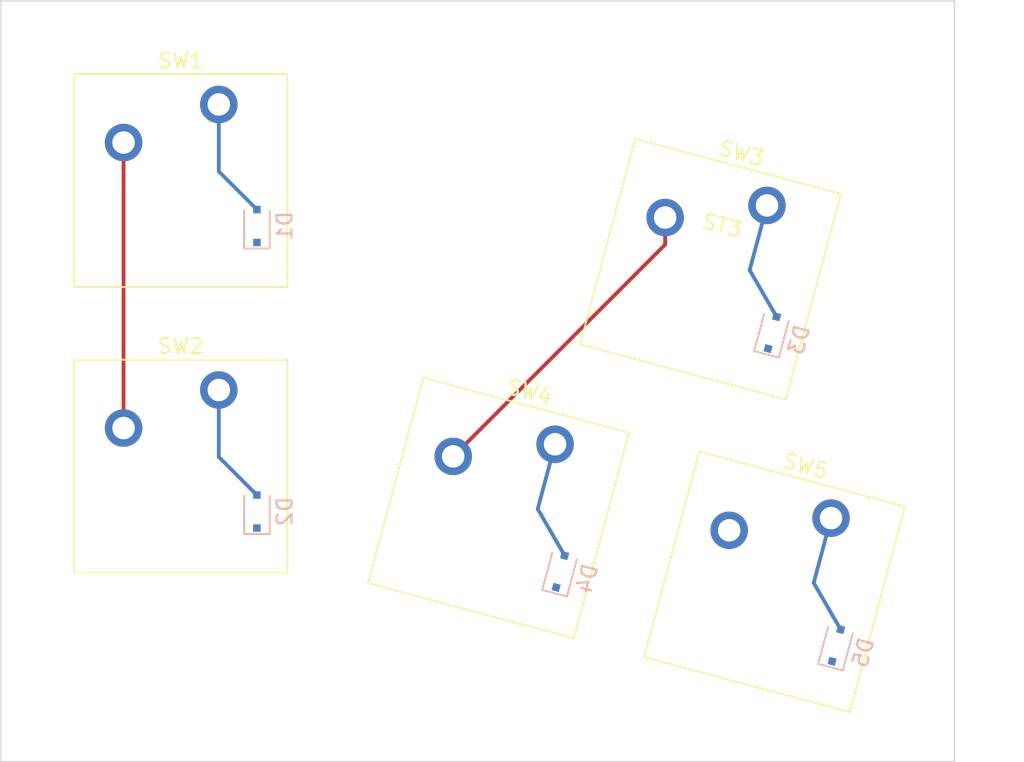
<source format=kicad_pcb>
(kicad_pcb (version 20171130) (host pcbnew 5.1.9)

  (general
    (thickness 1.6)
    (drawings 4)
    (tracks 13)
    (zones 0)
    (modules 11)
    (nets 11)
  )

  (page A4)
  (layers
    (0 F.Cu signal)
    (31 B.Cu signal)
    (32 B.Adhes user)
    (33 F.Adhes user)
    (34 B.Paste user)
    (35 F.Paste user)
    (36 B.SilkS user)
    (37 F.SilkS user)
    (38 B.Mask user)
    (39 F.Mask user)
    (40 Dwgs.User user)
    (41 Cmts.User user)
    (42 Eco1.User user)
    (43 Eco2.User user)
    (44 Edge.Cuts user)
    (45 Margin user)
    (46 B.CrtYd user)
    (47 F.CrtYd user)
    (48 B.Fab user)
    (49 F.Fab user)
  )

  (setup
    (last_trace_width 0.25)
    (trace_clearance 0.2)
    (zone_clearance 0.508)
    (zone_45_only no)
    (trace_min 0.2)
    (via_size 0.8)
    (via_drill 0.4)
    (via_min_size 0.4)
    (via_min_drill 0.3)
    (uvia_size 0.3)
    (uvia_drill 0.1)
    (uvias_allowed no)
    (uvia_min_size 0.2)
    (uvia_min_drill 0.1)
    (edge_width 0.05)
    (segment_width 0.2)
    (pcb_text_width 0.3)
    (pcb_text_size 1.5 1.5)
    (mod_edge_width 0.12)
    (mod_text_size 1 1)
    (mod_text_width 0.15)
    (pad_size 1.524 1.524)
    (pad_drill 0.762)
    (pad_to_mask_clearance 0)
    (aux_axis_origin 0 0)
    (visible_elements FFFFFF7F)
    (pcbplotparams
      (layerselection 0x010fc_ffffffff)
      (usegerberextensions false)
      (usegerberattributes true)
      (usegerberadvancedattributes true)
      (creategerberjobfile true)
      (excludeedgelayer true)
      (linewidth 0.150000)
      (plotframeref false)
      (viasonmask false)
      (mode 1)
      (useauxorigin false)
      (hpglpennumber 1)
      (hpglpenspeed 20)
      (hpglpendiameter 15.000000)
      (psnegative false)
      (psa4output false)
      (plotreference true)
      (plotvalue true)
      (plotinvisibletext false)
      (padsonsilk false)
      (subtractmaskfromsilk false)
      (outputformat 1)
      (mirror false)
      (drillshape 1)
      (scaleselection 1)
      (outputdirectory ""))
  )

  (net 0 "")
  (net 1 COL0)
  (net 2 COL1)
  (net 3 COL2)
  (net 4 N$1)
  (net 5 N$2)
  (net 6 N$3)
  (net 7 N$4)
  (net 8 N$5)
  (net 9 ROW0)
  (net 10 ROW1)

  (net_class Default "This is the default net class."
    (clearance 0.2)
    (trace_width 0.25)
    (via_dia 0.8)
    (via_drill 0.4)
    (uvia_dia 0.3)
    (uvia_drill 0.1)
    (add_net COL0)
    (add_net COL1)
    (add_net COL2)
    (add_net N$1)
    (add_net N$2)
    (add_net N$3)
    (add_net N$4)
    (add_net N$5)
    (add_net ROW0)
    (add_net ROW1)
  )

  (module Diode_SMD:D_SOD-323F (layer B.Cu) (tedit 590A48EB) (tstamp 60528CA3)
    (at 39.605 37.555 90)
    (descr "SOD-323F http://www.nxp.com/documents/outline_drawing/SOD323F.pdf")
    (tags SOD-323F)
    (path /top/5159102469079444128)
    (attr smd)
    (fp_text reference D1 (at 0 1.85 90) (layer B.SilkS)
      (effects (font (size 1 1) (thickness 0.15)) (justify mirror))
    )
    (fp_text value D (at 0.1 -1.9 90) (layer B.Fab)
      (effects (font (size 1 1) (thickness 0.15)) (justify mirror))
    )
    (fp_line (start -1.5 0.85) (end 1.05 0.85) (layer B.SilkS) (width 0.12))
    (fp_line (start -1.5 -0.85) (end 1.05 -0.85) (layer B.SilkS) (width 0.12))
    (fp_line (start -1.6 0.95) (end -1.6 -0.95) (layer B.CrtYd) (width 0.05))
    (fp_line (start -1.6 -0.95) (end 1.6 -0.95) (layer B.CrtYd) (width 0.05))
    (fp_line (start 1.6 0.95) (end 1.6 -0.95) (layer B.CrtYd) (width 0.05))
    (fp_line (start -1.6 0.95) (end 1.6 0.95) (layer B.CrtYd) (width 0.05))
    (fp_line (start -0.9 0.7) (end 0.9 0.7) (layer B.Fab) (width 0.1))
    (fp_line (start 0.9 0.7) (end 0.9 -0.7) (layer B.Fab) (width 0.1))
    (fp_line (start 0.9 -0.7) (end -0.9 -0.7) (layer B.Fab) (width 0.1))
    (fp_line (start -0.9 -0.7) (end -0.9 0.7) (layer B.Fab) (width 0.1))
    (fp_line (start -0.3 0.35) (end -0.3 -0.35) (layer B.Fab) (width 0.1))
    (fp_line (start -0.3 0) (end -0.5 0) (layer B.Fab) (width 0.1))
    (fp_line (start -0.3 0) (end 0.2 0.35) (layer B.Fab) (width 0.1))
    (fp_line (start 0.2 0.35) (end 0.2 -0.35) (layer B.Fab) (width 0.1))
    (fp_line (start 0.2 -0.35) (end -0.3 0) (layer B.Fab) (width 0.1))
    (fp_line (start 0.2 0) (end 0.45 0) (layer B.Fab) (width 0.1))
    (fp_line (start -1.5 0.85) (end -1.5 -0.85) (layer B.SilkS) (width 0.12))
    (fp_text user %R (at 0 1.85 90) (layer B.Fab)
      (effects (font (size 1 1) (thickness 0.15)) (justify mirror))
    )
    (pad 1 smd rect (at -1.1 0 90) (size 0.5 0.5) (layers B.Cu B.Paste B.Mask)
      (net 9 ROW0))
    (pad 2 smd rect (at 1.1 0 90) (size 0.5 0.5) (layers B.Cu B.Paste B.Mask)
      (net 4 N$1))
    (model ${KISYS3DMOD}/Diode_SMD.3dshapes/D_SOD-323F.wrl
      (at (xyz 0 0 0))
      (scale (xyz 1 1 1))
      (rotate (xyz 0 0 0))
    )
  )

  (module Diode_SMD:D_SOD-323F (layer B.Cu) (tedit 590A48EB) (tstamp 60528CBB)
    (at 39.605 56.605 90)
    (descr "SOD-323F http://www.nxp.com/documents/outline_drawing/SOD323F.pdf")
    (tags SOD-323F)
    (path /top/14576898432555476806)
    (attr smd)
    (fp_text reference D2 (at 0 1.85 90) (layer B.SilkS)
      (effects (font (size 1 1) (thickness 0.15)) (justify mirror))
    )
    (fp_text value D (at 0.1 -1.9 90) (layer B.Fab)
      (effects (font (size 1 1) (thickness 0.15)) (justify mirror))
    )
    (fp_text user %R (at 0 1.85 90) (layer B.Fab)
      (effects (font (size 1 1) (thickness 0.15)) (justify mirror))
    )
    (fp_line (start -1.5 0.85) (end -1.5 -0.85) (layer B.SilkS) (width 0.12))
    (fp_line (start 0.2 0) (end 0.45 0) (layer B.Fab) (width 0.1))
    (fp_line (start 0.2 -0.35) (end -0.3 0) (layer B.Fab) (width 0.1))
    (fp_line (start 0.2 0.35) (end 0.2 -0.35) (layer B.Fab) (width 0.1))
    (fp_line (start -0.3 0) (end 0.2 0.35) (layer B.Fab) (width 0.1))
    (fp_line (start -0.3 0) (end -0.5 0) (layer B.Fab) (width 0.1))
    (fp_line (start -0.3 0.35) (end -0.3 -0.35) (layer B.Fab) (width 0.1))
    (fp_line (start -0.9 -0.7) (end -0.9 0.7) (layer B.Fab) (width 0.1))
    (fp_line (start 0.9 -0.7) (end -0.9 -0.7) (layer B.Fab) (width 0.1))
    (fp_line (start 0.9 0.7) (end 0.9 -0.7) (layer B.Fab) (width 0.1))
    (fp_line (start -0.9 0.7) (end 0.9 0.7) (layer B.Fab) (width 0.1))
    (fp_line (start -1.6 0.95) (end 1.6 0.95) (layer B.CrtYd) (width 0.05))
    (fp_line (start 1.6 0.95) (end 1.6 -0.95) (layer B.CrtYd) (width 0.05))
    (fp_line (start -1.6 -0.95) (end 1.6 -0.95) (layer B.CrtYd) (width 0.05))
    (fp_line (start -1.6 0.95) (end -1.6 -0.95) (layer B.CrtYd) (width 0.05))
    (fp_line (start -1.5 -0.85) (end 1.05 -0.85) (layer B.SilkS) (width 0.12))
    (fp_line (start -1.5 0.85) (end 1.05 0.85) (layer B.SilkS) (width 0.12))
    (pad 2 smd rect (at 1.1 0 90) (size 0.5 0.5) (layers B.Cu B.Paste B.Mask)
      (net 5 N$2))
    (pad 1 smd rect (at -1.1 0 90) (size 0.5 0.5) (layers B.Cu B.Paste B.Mask)
      (net 10 ROW1))
    (model ${KISYS3DMOD}/Diode_SMD.3dshapes/D_SOD-323F.wrl
      (at (xyz 0 0 0))
      (scale (xyz 1 1 1))
      (rotate (xyz 0 0 0))
    )
  )

  (module Diode_SMD:D_SOD-323F (layer B.Cu) (tedit 590A48EB) (tstamp 60528CD3)
    (at 73.969323 44.670728 75)
    (descr "SOD-323F http://www.nxp.com/documents/outline_drawing/SOD323F.pdf")
    (tags SOD-323F)
    (path /top/1115287011560731447)
    (attr smd)
    (fp_text reference D3 (at 0 1.85 -105) (layer B.SilkS)
      (effects (font (size 1 1) (thickness 0.15)) (justify mirror))
    )
    (fp_text value D (at 0.1 -1.9 -105) (layer B.Fab)
      (effects (font (size 1 1) (thickness 0.15)) (justify mirror))
    )
    (fp_line (start -1.5 0.85) (end 1.05 0.85) (layer B.SilkS) (width 0.12))
    (fp_line (start -1.5 -0.85) (end 1.05 -0.85) (layer B.SilkS) (width 0.12))
    (fp_line (start -1.6 0.95) (end -1.6 -0.95) (layer B.CrtYd) (width 0.05))
    (fp_line (start -1.6 -0.95) (end 1.6 -0.95) (layer B.CrtYd) (width 0.05))
    (fp_line (start 1.6 0.95) (end 1.6 -0.95) (layer B.CrtYd) (width 0.05))
    (fp_line (start -1.6 0.95) (end 1.6 0.95) (layer B.CrtYd) (width 0.05))
    (fp_line (start -0.9 0.7) (end 0.9 0.7) (layer B.Fab) (width 0.1))
    (fp_line (start 0.9 0.7) (end 0.9 -0.7) (layer B.Fab) (width 0.1))
    (fp_line (start 0.9 -0.7) (end -0.9 -0.7) (layer B.Fab) (width 0.1))
    (fp_line (start -0.9 -0.7) (end -0.9 0.7) (layer B.Fab) (width 0.1))
    (fp_line (start -0.3 0.35) (end -0.3 -0.35) (layer B.Fab) (width 0.1))
    (fp_line (start -0.3 0) (end -0.5 0) (layer B.Fab) (width 0.1))
    (fp_line (start -0.3 0) (end 0.2 0.35) (layer B.Fab) (width 0.1))
    (fp_line (start 0.2 0.35) (end 0.2 -0.35) (layer B.Fab) (width 0.1))
    (fp_line (start 0.2 -0.35) (end -0.3 0) (layer B.Fab) (width 0.1))
    (fp_line (start 0.2 0) (end 0.45 0) (layer B.Fab) (width 0.1))
    (fp_line (start -1.5 0.85) (end -1.5 -0.85) (layer B.SilkS) (width 0.12))
    (fp_text user %R (at 0 1.85 -105) (layer B.Fab)
      (effects (font (size 1 1) (thickness 0.15)) (justify mirror))
    )
    (pad 1 smd rect (at -1.1 0 75) (size 0.5 0.5) (layers B.Cu B.Paste B.Mask)
      (net 9 ROW0))
    (pad 2 smd rect (at 1.1 0 75) (size 0.5 0.5) (layers B.Cu B.Paste B.Mask)
      (net 6 N$3))
    (model ${KISYS3DMOD}/Diode_SMD.3dshapes/D_SOD-323F.wrl
      (at (xyz 0 0 0))
      (scale (xyz 1 1 1))
      (rotate (xyz 0 0 0))
    )
  )

  (module Diode_SMD:D_SOD-323F (layer B.Cu) (tedit 590A48EB) (tstamp 60528CEB)
    (at 59.838376 60.606364 75)
    (descr "SOD-323F http://www.nxp.com/documents/outline_drawing/SOD323F.pdf")
    (tags SOD-323F)
    (path /top/13364464719034956879)
    (attr smd)
    (fp_text reference D4 (at 0 1.85 -105) (layer B.SilkS)
      (effects (font (size 1 1) (thickness 0.15)) (justify mirror))
    )
    (fp_text value D (at 0.1 -1.9 -105) (layer B.Fab)
      (effects (font (size 1 1) (thickness 0.15)) (justify mirror))
    )
    (fp_text user %R (at 0 1.85 -105) (layer B.Fab)
      (effects (font (size 1 1) (thickness 0.15)) (justify mirror))
    )
    (fp_line (start -1.5 0.85) (end -1.5 -0.85) (layer B.SilkS) (width 0.12))
    (fp_line (start 0.2 0) (end 0.45 0) (layer B.Fab) (width 0.1))
    (fp_line (start 0.2 -0.35) (end -0.3 0) (layer B.Fab) (width 0.1))
    (fp_line (start 0.2 0.35) (end 0.2 -0.35) (layer B.Fab) (width 0.1))
    (fp_line (start -0.3 0) (end 0.2 0.35) (layer B.Fab) (width 0.1))
    (fp_line (start -0.3 0) (end -0.5 0) (layer B.Fab) (width 0.1))
    (fp_line (start -0.3 0.35) (end -0.3 -0.35) (layer B.Fab) (width 0.1))
    (fp_line (start -0.9 -0.7) (end -0.9 0.7) (layer B.Fab) (width 0.1))
    (fp_line (start 0.9 -0.7) (end -0.9 -0.7) (layer B.Fab) (width 0.1))
    (fp_line (start 0.9 0.7) (end 0.9 -0.7) (layer B.Fab) (width 0.1))
    (fp_line (start -0.9 0.7) (end 0.9 0.7) (layer B.Fab) (width 0.1))
    (fp_line (start -1.6 0.95) (end 1.6 0.95) (layer B.CrtYd) (width 0.05))
    (fp_line (start 1.6 0.95) (end 1.6 -0.95) (layer B.CrtYd) (width 0.05))
    (fp_line (start -1.6 -0.95) (end 1.6 -0.95) (layer B.CrtYd) (width 0.05))
    (fp_line (start -1.6 0.95) (end -1.6 -0.95) (layer B.CrtYd) (width 0.05))
    (fp_line (start -1.5 -0.85) (end 1.05 -0.85) (layer B.SilkS) (width 0.12))
    (fp_line (start -1.5 0.85) (end 1.05 0.85) (layer B.SilkS) (width 0.12))
    (pad 2 smd rect (at 1.1 0 75) (size 0.5 0.5) (layers B.Cu B.Paste B.Mask)
      (net 7 N$4))
    (pad 1 smd rect (at -1.1 0 75) (size 0.5 0.5) (layers B.Cu B.Paste B.Mask)
      (net 10 ROW1))
    (model ${KISYS3DMOD}/Diode_SMD.3dshapes/D_SOD-323F.wrl
      (at (xyz 0 0 0))
      (scale (xyz 1 1 1))
      (rotate (xyz 0 0 0))
    )
  )

  (module Diode_SMD:D_SOD-323F (layer B.Cu) (tedit 590A48EB) (tstamp 60528D03)
    (at 78.239263 65.536867 75)
    (descr "SOD-323F http://www.nxp.com/documents/outline_drawing/SOD323F.pdf")
    (tags SOD-323F)
    (path /top/13578724574116548701)
    (attr smd)
    (fp_text reference D5 (at 0 1.85 -105) (layer B.SilkS)
      (effects (font (size 1 1) (thickness 0.15)) (justify mirror))
    )
    (fp_text value D (at 0.1 -1.9 -105) (layer B.Fab)
      (effects (font (size 1 1) (thickness 0.15)) (justify mirror))
    )
    (fp_line (start -1.5 0.85) (end 1.05 0.85) (layer B.SilkS) (width 0.12))
    (fp_line (start -1.5 -0.85) (end 1.05 -0.85) (layer B.SilkS) (width 0.12))
    (fp_line (start -1.6 0.95) (end -1.6 -0.95) (layer B.CrtYd) (width 0.05))
    (fp_line (start -1.6 -0.95) (end 1.6 -0.95) (layer B.CrtYd) (width 0.05))
    (fp_line (start 1.6 0.95) (end 1.6 -0.95) (layer B.CrtYd) (width 0.05))
    (fp_line (start -1.6 0.95) (end 1.6 0.95) (layer B.CrtYd) (width 0.05))
    (fp_line (start -0.9 0.7) (end 0.9 0.7) (layer B.Fab) (width 0.1))
    (fp_line (start 0.9 0.7) (end 0.9 -0.7) (layer B.Fab) (width 0.1))
    (fp_line (start 0.9 -0.7) (end -0.9 -0.7) (layer B.Fab) (width 0.1))
    (fp_line (start -0.9 -0.7) (end -0.9 0.7) (layer B.Fab) (width 0.1))
    (fp_line (start -0.3 0.35) (end -0.3 -0.35) (layer B.Fab) (width 0.1))
    (fp_line (start -0.3 0) (end -0.5 0) (layer B.Fab) (width 0.1))
    (fp_line (start -0.3 0) (end 0.2 0.35) (layer B.Fab) (width 0.1))
    (fp_line (start 0.2 0.35) (end 0.2 -0.35) (layer B.Fab) (width 0.1))
    (fp_line (start 0.2 -0.35) (end -0.3 0) (layer B.Fab) (width 0.1))
    (fp_line (start 0.2 0) (end 0.45 0) (layer B.Fab) (width 0.1))
    (fp_line (start -1.5 0.85) (end -1.5 -0.85) (layer B.SilkS) (width 0.12))
    (fp_text user %R (at 0 1.85 -105) (layer B.Fab)
      (effects (font (size 1 1) (thickness 0.15)) (justify mirror))
    )
    (pad 1 smd rect (at -1.1 0 75) (size 0.5 0.5) (layers B.Cu B.Paste B.Mask)
      (net 10 ROW1))
    (pad 2 smd rect (at 1.1 0 75) (size 0.5 0.5) (layers B.Cu B.Paste B.Mask)
      (net 8 N$5))
    (model ${KISYS3DMOD}/Diode_SMD.3dshapes/D_SOD-323F.wrl
      (at (xyz 0 0 0))
      (scale (xyz 1 1 1))
      (rotate (xyz 0 0 0))
    )
  )

  (module Mounting_Keyboard_Stabilizer:Stabilizer_Cherry_MX_2u (layer F.Cu) (tedit 5F7380F8) (tstamp 60528D0E)
    (at 69.846641 40.429172 345)
    (descr "Cherry MX key stabilizer 2u 2.25u 2.5u 2.75u")
    (tags "Cherry MX key stabilizer 2u 2.25u 2.5u 2.75u")
    (path /top/13201029682808282368)
    (attr virtual)
    (fp_text reference ST3 (at 0 -3 165) (layer F.SilkS)
      (effects (font (size 1 1) (thickness 0.15)))
    )
    (fp_text value MountingHole (at 0 3.2 165) (layer F.Fab)
      (effects (font (size 1 1) (thickness 0.15)))
    )
    (fp_line (start 0 2) (end 0 -2) (layer Dwgs.User) (width 0.1))
    (fp_line (start -2 0) (end 2 0) (layer Dwgs.User) (width 0.1))
    (fp_text user REF** (at 0 0 165) (layer F.Fab)
      (effects (font (size 1 1) (thickness 0.15)))
    )
    (pad ~ np_thru_hole circle (at -11.938 8.255 345) (size 3.9878 3.9878) (drill 3.9878) (layers *.Cu *.Mask))
    (pad ~ np_thru_hole circle (at 11.938 8.255 345) (size 3.9878 3.9878) (drill 3.9878) (layers *.Cu *.Mask))
    (pad ~ np_thru_hole circle (at -11.938 -6.985 345) (size 3.048 3.048) (drill 3.048) (layers *.Cu *.Mask))
    (pad ~ np_thru_hole circle (at 11.938 -6.985 345) (size 3.048 3.048) (drill 3.048) (layers *.Cu *.Mask))
    (model ${KIPRJMOD}/Switch_Keyboard/packages3d/Mounting_Keyboard_Stabilizer.3dshapes/Stabilizer_Cherry_MX_2u.wrl
      (at (xyz 0 0 0))
      (scale (xyz 1 1 1))
      (rotate (xyz 0 0 0))
    )
  )

  (module Switch_Keyboard_Cherry_MX:SW_Cherry_MX_PCB_1.00u (layer F.Cu) (tedit 602D5B6F) (tstamp 60528D28)
    (at 34.525 34.525)
    (descr "Cherry MX keyswitch, https://www.cherrymx.de/en/dev.html")
    (tags "Cherry MX Keyboard Keyswitch Switch PCB 1.00u")
    (path /top/17685216577000977769)
    (fp_text reference SW1 (at 0 -8) (layer F.SilkS)
      (effects (font (size 1 1) (thickness 0.15)))
    )
    (fp_text value SW_Push (at 0 8) (layer F.Fab)
      (effects (font (size 1 1) (thickness 0.15)))
    )
    (fp_line (start 9.525 -9.525) (end -9.525 -9.525) (layer Dwgs.User) (width 0.1))
    (fp_line (start 9.525 9.525) (end 9.525 -9.525) (layer Dwgs.User) (width 0.1))
    (fp_line (start -9.525 9.525) (end 9.525 9.525) (layer Dwgs.User) (width 0.1))
    (fp_line (start -9.525 -9.525) (end -9.525 9.525) (layer Dwgs.User) (width 0.1))
    (fp_line (start 7.25 -7.25) (end -7.25 -7.25) (layer F.CrtYd) (width 0.05))
    (fp_line (start 7.25 7.25) (end 7.25 -7.25) (layer F.CrtYd) (width 0.05))
    (fp_line (start -7.25 7.25) (end 7.25 7.25) (layer F.CrtYd) (width 0.05))
    (fp_line (start -7.25 -7.25) (end -7.25 7.25) (layer F.CrtYd) (width 0.05))
    (fp_line (start 7.1 -7.1) (end -7.1 -7.1) (layer F.SilkS) (width 0.12))
    (fp_line (start 7.1 7.1) (end 7.1 -7.1) (layer F.SilkS) (width 0.12))
    (fp_line (start -7.1 7.1) (end 7.1 7.1) (layer F.SilkS) (width 0.12))
    (fp_line (start -7.1 -7.1) (end -7.1 7.1) (layer F.SilkS) (width 0.12))
    (fp_line (start 7 -7) (end -7 -7) (layer F.Fab) (width 0.1))
    (fp_line (start 7 7) (end 7 -7) (layer F.Fab) (width 0.1))
    (fp_line (start -7 7) (end 7 7) (layer F.Fab) (width 0.1))
    (fp_line (start -7 -7) (end -7 7) (layer F.Fab) (width 0.1))
    (fp_text user %R (at 0 0) (layer F.Fab)
      (effects (font (size 1 1) (thickness 0.15)))
    )
    (pad 1 thru_hole circle (at -3.81 -2.54) (size 2.5 2.5) (drill 1.5) (layers *.Cu B.Mask)
      (net 1 COL0))
    (pad 2 thru_hole circle (at 2.54 -5.08) (size 2.5 2.5) (drill 1.5) (layers *.Cu B.Mask)
      (net 4 N$1))
    (pad "" np_thru_hole circle (at 0 0) (size 4 4) (drill 4) (layers *.Cu *.Mask))
    (pad "" np_thru_hole circle (at -5.08 0) (size 1.75 1.75) (drill 1.75) (layers *.Cu *.Mask))
    (pad "" np_thru_hole circle (at 5.08 0) (size 1.75 1.75) (drill 1.75) (layers *.Cu *.Mask))
    (model ${KEYSWITCH_LIB_3D}/Switch_Keyboard_Cherry_MX.3dshapes/SW_Cherry_MX_PCB.wrl
      (at (xyz 0 0 0))
      (scale (xyz 1 1 1))
      (rotate (xyz 0 0 0))
    )
  )

  (module Switch_Keyboard_Cherry_MX:SW_Cherry_MX_PCB_1.00u (layer F.Cu) (tedit 602D5B6F) (tstamp 60528D42)
    (at 34.525 53.575)
    (descr "Cherry MX keyswitch, https://www.cherrymx.de/en/dev.html")
    (tags "Cherry MX Keyboard Keyswitch Switch PCB 1.00u")
    (path /top/13506773303223750309)
    (fp_text reference SW2 (at 0 -8) (layer F.SilkS)
      (effects (font (size 1 1) (thickness 0.15)))
    )
    (fp_text value SW_Push (at 0 8) (layer F.Fab)
      (effects (font (size 1 1) (thickness 0.15)))
    )
    (fp_text user %R (at 0 0) (layer F.Fab)
      (effects (font (size 1 1) (thickness 0.15)))
    )
    (fp_line (start -7 -7) (end -7 7) (layer F.Fab) (width 0.1))
    (fp_line (start -7 7) (end 7 7) (layer F.Fab) (width 0.1))
    (fp_line (start 7 7) (end 7 -7) (layer F.Fab) (width 0.1))
    (fp_line (start 7 -7) (end -7 -7) (layer F.Fab) (width 0.1))
    (fp_line (start -7.1 -7.1) (end -7.1 7.1) (layer F.SilkS) (width 0.12))
    (fp_line (start -7.1 7.1) (end 7.1 7.1) (layer F.SilkS) (width 0.12))
    (fp_line (start 7.1 7.1) (end 7.1 -7.1) (layer F.SilkS) (width 0.12))
    (fp_line (start 7.1 -7.1) (end -7.1 -7.1) (layer F.SilkS) (width 0.12))
    (fp_line (start -7.25 -7.25) (end -7.25 7.25) (layer F.CrtYd) (width 0.05))
    (fp_line (start -7.25 7.25) (end 7.25 7.25) (layer F.CrtYd) (width 0.05))
    (fp_line (start 7.25 7.25) (end 7.25 -7.25) (layer F.CrtYd) (width 0.05))
    (fp_line (start 7.25 -7.25) (end -7.25 -7.25) (layer F.CrtYd) (width 0.05))
    (fp_line (start -9.525 -9.525) (end -9.525 9.525) (layer Dwgs.User) (width 0.1))
    (fp_line (start -9.525 9.525) (end 9.525 9.525) (layer Dwgs.User) (width 0.1))
    (fp_line (start 9.525 9.525) (end 9.525 -9.525) (layer Dwgs.User) (width 0.1))
    (fp_line (start 9.525 -9.525) (end -9.525 -9.525) (layer Dwgs.User) (width 0.1))
    (pad "" np_thru_hole circle (at 5.08 0) (size 1.75 1.75) (drill 1.75) (layers *.Cu *.Mask))
    (pad "" np_thru_hole circle (at -5.08 0) (size 1.75 1.75) (drill 1.75) (layers *.Cu *.Mask))
    (pad "" np_thru_hole circle (at 0 0) (size 4 4) (drill 4) (layers *.Cu *.Mask))
    (pad 2 thru_hole circle (at 2.54 -5.08) (size 2.5 2.5) (drill 1.5) (layers *.Cu B.Mask)
      (net 5 N$2))
    (pad 1 thru_hole circle (at -3.81 -2.54) (size 2.5 2.5) (drill 1.5) (layers *.Cu B.Mask)
      (net 1 COL0))
    (model ${KEYSWITCH_LIB_3D}/Switch_Keyboard_Cherry_MX.3dshapes/SW_Cherry_MX_PCB.wrl
      (at (xyz 0 0 0))
      (scale (xyz 1 1 1))
      (rotate (xyz 0 0 0))
    )
  )

  (module Switch_Keyboard_Cherry_MX:SW_Cherry_MX_PCB_2.00u (layer F.Cu) (tedit 602D5B6F) (tstamp 60528D5C)
    (at 69.846641 40.429172 345)
    (descr "Cherry MX keyswitch, https://www.cherrymx.de/en/dev.html")
    (tags "Cherry MX Keyboard Keyswitch Switch PCB 2.00u")
    (path /top/14018595604671432814)
    (fp_text reference SW3 (at 0 -8 165) (layer F.SilkS)
      (effects (font (size 1 1) (thickness 0.15)))
    )
    (fp_text value SW_Push (at 0 8 165) (layer F.Fab)
      (effects (font (size 1 1) (thickness 0.15)))
    )
    (fp_line (start 19.05 -9.525) (end -19.05 -9.525) (layer Dwgs.User) (width 0.1))
    (fp_line (start 19.05 9.525) (end 19.05 -9.525) (layer Dwgs.User) (width 0.1))
    (fp_line (start -19.05 9.525) (end 19.05 9.525) (layer Dwgs.User) (width 0.1))
    (fp_line (start -19.05 -9.525) (end -19.05 9.525) (layer Dwgs.User) (width 0.1))
    (fp_line (start 7.25 -7.25) (end -7.25 -7.25) (layer F.CrtYd) (width 0.05))
    (fp_line (start 7.25 7.25) (end 7.25 -7.25) (layer F.CrtYd) (width 0.05))
    (fp_line (start -7.25 7.25) (end 7.25 7.25) (layer F.CrtYd) (width 0.05))
    (fp_line (start -7.25 -7.25) (end -7.25 7.25) (layer F.CrtYd) (width 0.05))
    (fp_line (start 7.1 -7.1) (end -7.1 -7.1) (layer F.SilkS) (width 0.12))
    (fp_line (start 7.1 7.1) (end 7.1 -7.1) (layer F.SilkS) (width 0.12))
    (fp_line (start -7.1 7.1) (end 7.1 7.1) (layer F.SilkS) (width 0.12))
    (fp_line (start -7.1 -7.1) (end -7.1 7.1) (layer F.SilkS) (width 0.12))
    (fp_line (start 7 -7) (end -7 -7) (layer F.Fab) (width 0.1))
    (fp_line (start 7 7) (end 7 -7) (layer F.Fab) (width 0.1))
    (fp_line (start -7 7) (end 7 7) (layer F.Fab) (width 0.1))
    (fp_line (start -7 -7) (end -7 7) (layer F.Fab) (width 0.1))
    (fp_text user %R (at 0 0 165) (layer F.Fab)
      (effects (font (size 1 1) (thickness 0.15)))
    )
    (pad 1 thru_hole circle (at -3.81 -2.54 345) (size 2.5 2.5) (drill 1.5) (layers *.Cu B.Mask)
      (net 2 COL1))
    (pad 2 thru_hole circle (at 2.54 -5.08 345) (size 2.5 2.5) (drill 1.5) (layers *.Cu B.Mask)
      (net 6 N$3))
    (pad "" np_thru_hole circle (at 0 0 345) (size 4 4) (drill 4) (layers *.Cu *.Mask))
    (pad "" np_thru_hole circle (at -5.08 0 345) (size 1.75 1.75) (drill 1.75) (layers *.Cu *.Mask))
    (pad "" np_thru_hole circle (at 5.08 0 345) (size 1.75 1.75) (drill 1.75) (layers *.Cu *.Mask))
    (model ${KEYSWITCH_LIB_3D}/Switch_Keyboard_Cherry_MX.3dshapes/SW_Cherry_MX_PCB.wrl
      (at (xyz 0 0 0))
      (scale (xyz 1 1 1))
      (rotate (xyz 0 0 0))
    )
  )

  (module Switch_Keyboard_Cherry_MX:SW_Cherry_MX_PCB_1.00u (layer F.Cu) (tedit 602D5B6F) (tstamp 60528D76)
    (at 55.715695 56.364808 345)
    (descr "Cherry MX keyswitch, https://www.cherrymx.de/en/dev.html")
    (tags "Cherry MX Keyboard Keyswitch Switch PCB 1.00u")
    (path /top/446796036265893256)
    (fp_text reference SW4 (at 0 -8 165) (layer F.SilkS)
      (effects (font (size 1 1) (thickness 0.15)))
    )
    (fp_text value SW_Push (at 0 8 165) (layer F.Fab)
      (effects (font (size 1 1) (thickness 0.15)))
    )
    (fp_line (start 9.525 -9.525) (end -9.525 -9.525) (layer Dwgs.User) (width 0.1))
    (fp_line (start 9.525 9.525) (end 9.525 -9.525) (layer Dwgs.User) (width 0.1))
    (fp_line (start -9.525 9.525) (end 9.525 9.525) (layer Dwgs.User) (width 0.1))
    (fp_line (start -9.525 -9.525) (end -9.525 9.525) (layer Dwgs.User) (width 0.1))
    (fp_line (start 7.25 -7.25) (end -7.25 -7.25) (layer F.CrtYd) (width 0.05))
    (fp_line (start 7.25 7.25) (end 7.25 -7.25) (layer F.CrtYd) (width 0.05))
    (fp_line (start -7.25 7.25) (end 7.25 7.25) (layer F.CrtYd) (width 0.05))
    (fp_line (start -7.25 -7.25) (end -7.25 7.25) (layer F.CrtYd) (width 0.05))
    (fp_line (start 7.1 -7.1) (end -7.1 -7.1) (layer F.SilkS) (width 0.12))
    (fp_line (start 7.1 7.1) (end 7.1 -7.1) (layer F.SilkS) (width 0.12))
    (fp_line (start -7.1 7.1) (end 7.1 7.1) (layer F.SilkS) (width 0.12))
    (fp_line (start -7.1 -7.1) (end -7.1 7.1) (layer F.SilkS) (width 0.12))
    (fp_line (start 7 -7) (end -7 -7) (layer F.Fab) (width 0.1))
    (fp_line (start 7 7) (end 7 -7) (layer F.Fab) (width 0.1))
    (fp_line (start -7 7) (end 7 7) (layer F.Fab) (width 0.1))
    (fp_line (start -7 -7) (end -7 7) (layer F.Fab) (width 0.1))
    (fp_text user %R (at 0 0 165) (layer F.Fab)
      (effects (font (size 1 1) (thickness 0.15)))
    )
    (pad 1 thru_hole circle (at -3.81 -2.54 345) (size 2.5 2.5) (drill 1.5) (layers *.Cu B.Mask)
      (net 2 COL1))
    (pad 2 thru_hole circle (at 2.54 -5.08 345) (size 2.5 2.5) (drill 1.5) (layers *.Cu B.Mask)
      (net 7 N$4))
    (pad "" np_thru_hole circle (at 0 0 345) (size 4 4) (drill 4) (layers *.Cu *.Mask))
    (pad "" np_thru_hole circle (at -5.08 0 345) (size 1.75 1.75) (drill 1.75) (layers *.Cu *.Mask))
    (pad "" np_thru_hole circle (at 5.08 0 345) (size 1.75 1.75) (drill 1.75) (layers *.Cu *.Mask))
    (model ${KEYSWITCH_LIB_3D}/Switch_Keyboard_Cherry_MX.3dshapes/SW_Cherry_MX_PCB.wrl
      (at (xyz 0 0 0))
      (scale (xyz 1 1 1))
      (rotate (xyz 0 0 0))
    )
  )

  (module Switch_Keyboard_Cherry_MX:SW_Cherry_MX_PCB_1.00u (layer F.Cu) (tedit 602D5B6F) (tstamp 60528D90)
    (at 74.116582 61.295311 345)
    (descr "Cherry MX keyswitch, https://www.cherrymx.de/en/dev.html")
    (tags "Cherry MX Keyboard Keyswitch Switch PCB 1.00u")
    (path /top/2562421810816764933)
    (fp_text reference SW5 (at 0 -8 165) (layer F.SilkS)
      (effects (font (size 1 1) (thickness 0.15)))
    )
    (fp_text value SW_Push (at 0 8 165) (layer F.Fab)
      (effects (font (size 1 1) (thickness 0.15)))
    )
    (fp_text user %R (at 0 0 165) (layer F.Fab)
      (effects (font (size 1 1) (thickness 0.15)))
    )
    (fp_line (start -7 -7) (end -7 7) (layer F.Fab) (width 0.1))
    (fp_line (start -7 7) (end 7 7) (layer F.Fab) (width 0.1))
    (fp_line (start 7 7) (end 7 -7) (layer F.Fab) (width 0.1))
    (fp_line (start 7 -7) (end -7 -7) (layer F.Fab) (width 0.1))
    (fp_line (start -7.1 -7.1) (end -7.1 7.1) (layer F.SilkS) (width 0.12))
    (fp_line (start -7.1 7.1) (end 7.1 7.1) (layer F.SilkS) (width 0.12))
    (fp_line (start 7.1 7.1) (end 7.1 -7.1) (layer F.SilkS) (width 0.12))
    (fp_line (start 7.1 -7.1) (end -7.1 -7.1) (layer F.SilkS) (width 0.12))
    (fp_line (start -7.25 -7.25) (end -7.25 7.25) (layer F.CrtYd) (width 0.05))
    (fp_line (start -7.25 7.25) (end 7.25 7.25) (layer F.CrtYd) (width 0.05))
    (fp_line (start 7.25 7.25) (end 7.25 -7.25) (layer F.CrtYd) (width 0.05))
    (fp_line (start 7.25 -7.25) (end -7.25 -7.25) (layer F.CrtYd) (width 0.05))
    (fp_line (start -9.525 -9.525) (end -9.525 9.525) (layer Dwgs.User) (width 0.1))
    (fp_line (start -9.525 9.525) (end 9.525 9.525) (layer Dwgs.User) (width 0.1))
    (fp_line (start 9.525 9.525) (end 9.525 -9.525) (layer Dwgs.User) (width 0.1))
    (fp_line (start 9.525 -9.525) (end -9.525 -9.525) (layer Dwgs.User) (width 0.1))
    (pad "" np_thru_hole circle (at 5.08 0 345) (size 1.75 1.75) (drill 1.75) (layers *.Cu *.Mask))
    (pad "" np_thru_hole circle (at -5.08 0 345) (size 1.75 1.75) (drill 1.75) (layers *.Cu *.Mask))
    (pad "" np_thru_hole circle (at 0 0 345) (size 4 4) (drill 4) (layers *.Cu *.Mask))
    (pad 2 thru_hole circle (at 2.54 -5.08 345) (size 2.5 2.5) (drill 1.5) (layers *.Cu B.Mask)
      (net 8 N$5))
    (pad 1 thru_hole circle (at -3.81 -2.54 345) (size 2.5 2.5) (drill 1.5) (layers *.Cu B.Mask)
      (net 3 COL2))
    (model ${KEYSWITCH_LIB_3D}/Switch_Keyboard_Cherry_MX.3dshapes/SW_Cherry_MX_PCB.wrl
      (at (xyz 0 0 0))
      (scale (xyz 1 1 1))
      (rotate (xyz 0 0 0))
    )
  )

  (gr_line (start 22.525 73.295311) (end 22.525 22.525) (layer Edge.Cuts) (width 0.1))
  (gr_line (start 86.116582 73.295311) (end 22.525 73.295311) (layer Edge.Cuts) (width 0.1))
  (gr_line (start 86.116582 22.525) (end 86.116582 73.295311) (layer Edge.Cuts) (width 0.1))
  (gr_line (start 22.525 22.525) (end 86.116582 22.525) (layer Edge.Cuts) (width 0.1))

  (segment (start 39.605 36.455) (end 37.065 33.915) (width 0.25) (layer B.Cu) (net 4))
  (segment (start 37.065 33.915) (end 37.065 29.445) (width 0.25) (layer B.Cu) (net 4))
  (segment (start 39.605 55.505) (end 37.065 52.965) (width 0.25) (layer B.Cu) (net 5))
  (segment (start 37.065 52.965) (end 37.065 48.495) (width 0.25) (layer B.Cu) (net 5))
  (segment (start 74.254024 43.60821) (end 72.457971 40.497355) (width 0.25) (layer B.Cu) (net 6))
  (segment (start 72.457971 40.497355) (end 73.614893 36.179669) (width 0.25) (layer B.Cu) (net 6))
  (segment (start 60.123077 59.543846) (end 58.327025 56.432993) (width 0.25) (layer B.Cu) (net 7))
  (segment (start 58.327025 56.432993) (end 59.483947 52.115305) (width 0.25) (layer B.Cu) (net 7))
  (segment (start 78.523964 64.474349) (end 76.727912 61.363496) (width 0.25) (layer B.Cu) (net 8))
  (segment (start 76.727912 61.363496) (end 77.884834 57.045808) (width 0.25) (layer B.Cu) (net 8))
  (segment (start 30.715 31.985) (end 30.715 51.035) (width 0.25) (layer F.Cu) (net 1))
  (segment (start 66.823864 36.98962) (end 66.823864 38.79431) (width 0.25) (layer F.Cu) (net 2))
  (segment (start 66.823864 38.79431) (end 52.692918 52.925256) (width 0.25) (layer F.Cu) (net 2))

)

</source>
